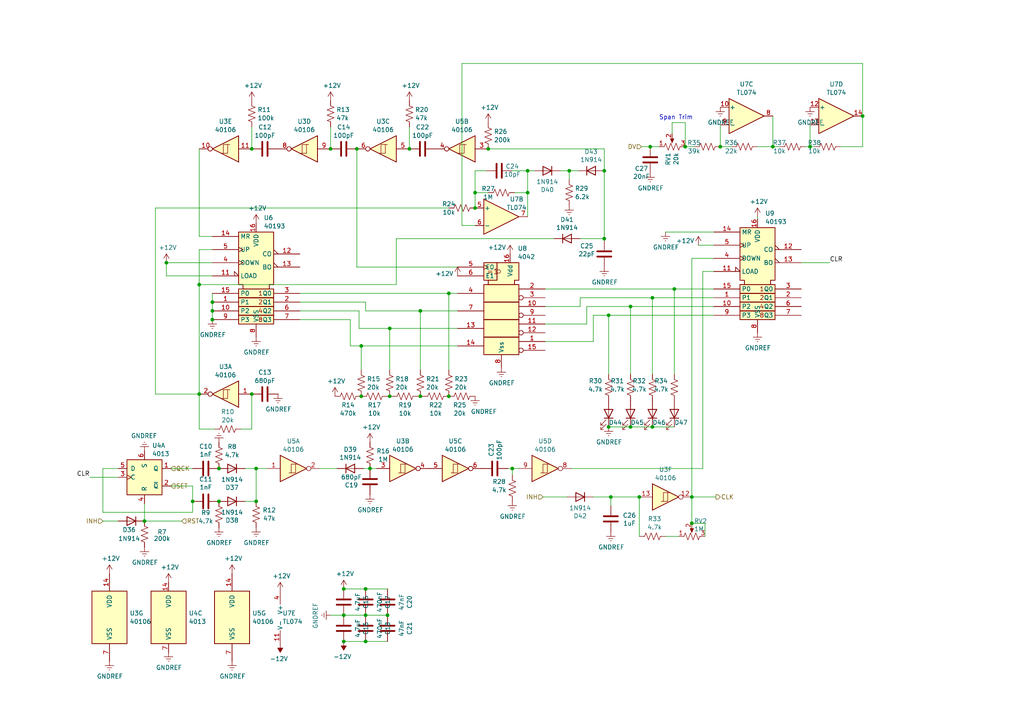
<source format=kicad_sch>
(kicad_sch (version 20230121) (generator eeschema)
  (paper "A4")
  (junction (at 104.775 100.33))
  (junction (at 57.785 82.55))
  (junction (at 188.595 42.545))
  (junction (at 99.695 170.815))
  (junction (at 208.915 42.545))
  (junction (at 113.03 114.935))
  (junction (at 182.88 88.9))
  (junction (at 153.035 55.88))
  (junction (at 61.595 90.17))
  (junction (at 106.045 186.055))
  (junction (at 195.58 83.82))
  (junction (at 175.26 69.215))
  (junction (at 165.1 49.53))
  (junction (at 99.695 178.435))
  (junction (at 57.785 114.3))
  (junction (at 73.025 43.18))
  (junction (at 137.795 55.88))
  (junction (at 104.775 114.935))
  (junction (at 121.92 114.935))
  (junction (at 48.26 76.2))
  (junction (at 176.53 91.44))
  (junction (at 177.165 144.145))
  (junction (at 73.025 114.3))
  (junction (at 198.755 42.545))
  (junction (at 99.695 186.055))
  (junction (at 74.295 145.415))
  (junction (at 113.03 95.25))
  (junction (at 200.66 151.765))
  (junction (at 175.26 49.53))
  (junction (at 61.595 87.63))
  (junction (at 137.795 60.325))
  (junction (at 121.92 90.17))
  (junction (at 103.505 43.18))
  (junction (at 107.315 135.89))
  (junction (at 182.88 123.825))
  (junction (at 106.045 170.815))
  (junction (at 61.595 92.71))
  (junction (at 55.88 145.415))
  (junction (at 189.23 86.36))
  (junction (at 41.91 151.13))
  (junction (at 74.295 135.89))
  (junction (at 106.045 178.435))
  (junction (at 234.95 42.545))
  (junction (at 112.395 178.435))
  (junction (at 130.175 114.935))
  (junction (at 118.745 43.18))
  (junction (at 95.885 43.18))
  (junction (at 148.59 135.89))
  (junction (at 189.23 123.825))
  (junction (at 200.66 144.145))
  (junction (at 153.035 49.53))
  (junction (at 141.605 43.18))
  (junction (at 130.175 85.09))
  (junction (at 224.155 42.545))
  (junction (at 63.5 145.415))
  (junction (at 63.5 135.89))
  (junction (at 185.42 144.145))
  (junction (at 250.19 33.655))
  (junction (at 176.53 123.825))
  (wire (pts (xy 182.88 88.9) (xy 207.01 88.9)))
  (wire (pts (xy 61.595 87.63) (xy 61.595 90.17)))
  (wire (pts (xy 105.41 135.89) (xy 107.315 135.89)))
  (wire (pts (xy 29.845 135.89) (xy 29.845 148.59)))
  (wire (pts (xy 133.985 65.405) (xy 137.795 65.405)))
  (wire (pts (xy 99.695 170.815) (xy 106.045 170.815)))
  (wire (pts (xy 71.12 145.415) (xy 74.295 145.415)))
  (wire (pts (xy 153.035 49.53) (xy 154.94 49.53)))
  (wire (pts (xy 29.845 151.13) (xy 34.29 151.13)))
  (wire (pts (xy 137.795 55.88) (xy 141.605 55.88)))
  (wire (pts (xy 198.755 42.545) (xy 198.755 35.56)))
  (wire (pts (xy 176.53 91.44) (xy 207.01 91.44)))
  (wire (pts (xy 104.14 90.17) (xy 104.14 95.25)))
  (wire (pts (xy 158.115 99.06) (xy 172.085 99.06)))
  (wire (pts (xy 73.025 124.46) (xy 73.025 114.3)))
  (wire (pts (xy 114.935 69.215) (xy 160.655 69.215)))
  (wire (pts (xy 103.505 77.47) (xy 103.505 43.18)))
  (wire (pts (xy 104.775 100.33) (xy 132.715 100.33)))
  (wire (pts (xy 104.14 95.25) (xy 113.03 95.25)))
  (wire (pts (xy 158.115 88.9) (xy 168.275 88.9)))
  (wire (pts (xy 177.165 146.685) (xy 177.165 144.145)))
  (wire (pts (xy 112.395 114.935) (xy 113.03 114.935)))
  (wire (pts (xy 250.19 33.655) (xy 250.19 42.545)))
  (wire (pts (xy 172.085 91.44) (xy 176.53 91.44)))
  (wire (pts (xy 99.695 178.435) (xy 106.045 178.435)))
  (wire (pts (xy 200.66 74.93) (xy 200.66 144.145)))
  (wire (pts (xy 29.845 148.59) (xy 55.88 148.59)))
  (wire (pts (xy 26.035 138.43) (xy 34.29 138.43)))
  (wire (pts (xy 55.88 148.59) (xy 55.88 145.415)))
  (wire (pts (xy 207.01 74.93) (xy 200.66 74.93)))
  (wire (pts (xy 34.29 135.89) (xy 29.845 135.89)))
  (wire (pts (xy 182.88 88.9) (xy 182.88 108.585)))
  (wire (pts (xy 170.18 93.98) (xy 170.18 88.9)))
  (wire (pts (xy 74.295 135.89) (xy 77.47 135.89)))
  (wire (pts (xy 250.19 18.415) (xy 250.19 33.655)))
  (wire (pts (xy 106.045 178.435) (xy 112.395 178.435)))
  (wire (pts (xy 137.795 55.88) (xy 137.795 49.53)))
  (wire (pts (xy 175.26 43.18) (xy 175.26 49.53)))
  (wire (pts (xy 198.755 35.56) (xy 194.945 35.56)))
  (wire (pts (xy 86.995 87.63) (xy 106.045 87.63)))
  (wire (pts (xy 219.71 42.545) (xy 224.155 42.545)))
  (wire (pts (xy 106.045 186.055) (xy 112.395 186.055)))
  (wire (pts (xy 172.085 99.06) (xy 172.085 91.44)))
  (wire (pts (xy 61.595 68.58) (xy 57.785 68.58)))
  (wire (pts (xy 149.225 55.88) (xy 153.035 55.88)))
  (wire (pts (xy 113.03 114.935) (xy 113.665 114.935)))
  (wire (pts (xy 61.595 85.09) (xy 61.595 87.63)))
  (wire (pts (xy 195.58 83.82) (xy 207.01 83.82)))
  (wire (pts (xy 198.755 42.545) (xy 201.295 42.545)))
  (wire (pts (xy 153.035 55.88) (xy 153.035 49.53)))
  (wire (pts (xy 177.165 144.145) (xy 185.42 144.145)))
  (wire (pts (xy 45.085 114.3) (xy 57.785 114.3)))
  (wire (pts (xy 234.95 42.545) (xy 236.22 42.545)))
  (wire (pts (xy 172.085 144.145) (xy 177.165 144.145)))
  (wire (pts (xy 158.115 93.98) (xy 170.18 93.98)))
  (wire (pts (xy 193.04 67.31) (xy 207.01 67.31)))
  (wire (pts (xy 104.775 100.33) (xy 104.775 107.315)))
  (wire (pts (xy 175.26 49.53) (xy 175.26 69.215)))
  (wire (pts (xy 121.285 114.935) (xy 121.92 114.935)))
  (wire (pts (xy 185.42 144.145) (xy 185.42 155.575)))
  (wire (pts (xy 86.995 85.09) (xy 130.175 85.09)))
  (wire (pts (xy 200.66 144.145) (xy 200.66 151.765)))
  (wire (pts (xy 130.175 85.09) (xy 130.175 107.315)))
  (wire (pts (xy 61.595 72.39) (xy 57.785 72.39)))
  (wire (pts (xy 182.88 123.825) (xy 189.23 123.825)))
  (wire (pts (xy 113.03 95.25) (xy 132.715 95.25)))
  (wire (pts (xy 233.68 42.545) (xy 234.95 42.545)))
  (wire (pts (xy 165.735 135.89) (xy 203.835 135.89)))
  (wire (pts (xy 49.53 135.89) (xy 55.88 135.89)))
  (wire (pts (xy 57.785 82.55) (xy 114.935 82.55)))
  (wire (pts (xy 219.71 63.5) (xy 219.71 62.865)))
  (wire (pts (xy 101.6 92.71) (xy 101.6 100.33)))
  (wire (pts (xy 232.41 76.2) (xy 240.665 76.2)))
  (wire (pts (xy 148.59 49.53) (xy 153.035 49.53)))
  (wire (pts (xy 158.115 83.82) (xy 195.58 83.82)))
  (wire (pts (xy 137.795 49.53) (xy 140.97 49.53)))
  (wire (pts (xy 55.88 140.97) (xy 49.53 140.97)))
  (wire (pts (xy 224.155 42.545) (xy 226.06 42.545)))
  (wire (pts (xy 203.835 78.74) (xy 203.835 135.89)))
  (wire (pts (xy 114.935 82.55) (xy 114.935 69.215)))
  (wire (pts (xy 95.885 178.435) (xy 99.695 178.435)))
  (wire (pts (xy 165.1 49.53) (xy 165.1 52.07)))
  (wire (pts (xy 130.175 85.09) (xy 132.715 85.09)))
  (wire (pts (xy 212.09 42.545) (xy 208.915 42.545)))
  (wire (pts (xy 133.985 18.415) (xy 250.19 18.415)))
  (wire (pts (xy 121.92 90.17) (xy 132.715 90.17)))
  (wire (pts (xy 208.915 42.545) (xy 208.915 36.195)))
  (wire (pts (xy 41.91 151.13) (xy 52.705 151.13)))
  (wire (pts (xy 207.01 71.12) (xy 202.565 71.12)))
  (wire (pts (xy 118.745 36.83) (xy 118.745 43.18)))
  (wire (pts (xy 55.88 145.415) (xy 55.88 140.97)))
  (wire (pts (xy 200.66 144.145) (xy 207.645 144.145)))
  (wire (pts (xy 137.795 60.325) (xy 137.795 55.88)))
  (wire (pts (xy 132.715 77.47) (xy 103.505 77.47)))
  (wire (pts (xy 107.315 135.89) (xy 109.22 135.89)))
  (wire (pts (xy 113.03 95.25) (xy 113.03 107.315)))
  (wire (pts (xy 48.26 80.01) (xy 61.595 80.01)))
  (wire (pts (xy 195.58 83.82) (xy 195.58 108.585)))
  (wire (pts (xy 250.19 42.545) (xy 243.84 42.545)))
  (wire (pts (xy 95.885 36.83) (xy 95.885 43.18)))
  (wire (pts (xy 57.785 68.58) (xy 57.785 43.18)))
  (wire (pts (xy 162.56 49.53) (xy 165.1 49.53)))
  (wire (pts (xy 196.85 155.575) (xy 193.04 155.575)))
  (wire (pts (xy 45.085 60.325) (xy 45.085 114.3)))
  (wire (pts (xy 189.23 86.36) (xy 207.01 86.36)))
  (wire (pts (xy 86.995 90.17) (xy 104.14 90.17)))
  (wire (pts (xy 106.045 170.815) (xy 112.395 170.815)))
  (wire (pts (xy 86.995 92.71) (xy 101.6 92.71)))
  (wire (pts (xy 133.985 18.415) (xy 133.985 65.405)))
  (wire (pts (xy 121.92 90.17) (xy 121.92 107.315)))
  (wire (pts (xy 148.59 137.795) (xy 148.59 135.89)))
  (wire (pts (xy 176.53 91.44) (xy 176.53 108.585)))
  (wire (pts (xy 48.26 76.2) (xy 61.595 76.2)))
  (wire (pts (xy 141.605 43.18) (xy 175.26 43.18)))
  (wire (pts (xy 153.035 62.865) (xy 153.035 55.88)))
  (wire (pts (xy 168.275 69.215) (xy 175.26 69.215)))
  (wire (pts (xy 189.23 123.825) (xy 195.58 123.825)))
  (wire (pts (xy 73.025 36.83) (xy 73.025 43.18)))
  (wire (pts (xy 157.48 144.145) (xy 164.465 144.145)))
  (wire (pts (xy 121.92 114.935) (xy 122.555 114.935)))
  (wire (pts (xy 62.23 124.46) (xy 57.785 124.46)))
  (wire (pts (xy 41.91 146.05) (xy 41.91 151.13)))
  (wire (pts (xy 92.71 135.89) (xy 97.79 135.89)))
  (wire (pts (xy 69.85 124.46) (xy 73.025 124.46)))
  (wire (pts (xy 106.045 87.63) (xy 106.045 90.17)))
  (wire (pts (xy 194.945 35.56) (xy 194.945 38.735)))
  (wire (pts (xy 168.275 88.9) (xy 168.275 86.36)))
  (wire (pts (xy 234.95 36.195) (xy 234.95 42.545)))
  (wire (pts (xy 61.595 90.17) (xy 61.595 92.71)))
  (wire (pts (xy 204.47 155.575) (xy 204.47 151.765)))
  (wire (pts (xy 101.6 100.33) (xy 104.775 100.33)))
  (wire (pts (xy 99.695 186.055) (xy 106.045 186.055)))
  (wire (pts (xy 189.23 86.36) (xy 189.23 108.585)))
  (wire (pts (xy 74.295 145.415) (xy 74.295 135.89)))
  (wire (pts (xy 147.32 135.89) (xy 148.59 135.89)))
  (wire (pts (xy 57.785 82.55) (xy 57.785 114.3)))
  (wire (pts (xy 57.785 72.39) (xy 57.785 82.55)))
  (wire (pts (xy 57.785 114.3) (xy 57.785 124.46)))
  (wire (pts (xy 48.26 76.2) (xy 48.26 80.01)))
  (wire (pts (xy 106.045 90.17) (xy 121.92 90.17)))
  (wire (pts (xy 207.01 78.74) (xy 203.835 78.74)))
  (wire (pts (xy 168.275 86.36) (xy 189.23 86.36)))
  (wire (pts (xy 204.47 151.765) (xy 200.66 151.765)))
  (wire (pts (xy 175.26 69.85) (xy 175.26 69.215)))
  (wire (pts (xy 71.12 135.89) (xy 74.295 135.89)))
  (wire (pts (xy 176.53 123.825) (xy 182.88 123.825)))
  (wire (pts (xy 165.1 49.53) (xy 167.64 49.53)))
  (wire (pts (xy 170.18 88.9) (xy 182.88 88.9)))
  (wire (pts (xy 130.175 60.325) (xy 45.085 60.325)))
  (wire (pts (xy 188.595 42.545) (xy 191.135 42.545)))
  (wire (pts (xy 224.155 33.655) (xy 224.155 42.545)))
  (wire (pts (xy 148.59 135.89) (xy 150.495 135.89)))
  (wire (pts (xy 186.055 42.545) (xy 188.595 42.545)))
  (text "Span Trim" (at 191.135 34.925 0) (effects (font (size 1.27 1.27)) (justify left bottom)))
  (label "CLR" (at 240.665 76.2 0))
  (label "CLR" (at 26.035 138.43 180))
  (hierarchical_label "INH" (shape input) (at 157.48 144.145 180))
  (hierarchical_label "RST" (shape input) (at 52.705 151.13 0))
  (hierarchical_label "DV" (shape input) (at 186.055 42.545 180))
  (hierarchical_label "INH" (shape input) (at 29.845 151.13 180))
  (hierarchical_label "QCK" (shape input) (at 49.53 135.89 0))
  (hierarchical_label "SET" (shape input) (at 49.53 140.97 0))
  (hierarchical_label "CLK" (shape output) (at 207.645 144.145 0))
  (symbol (lib_id "power:+12V") (at 81.28 171.45 0) (unit 1)
    (property "Reference" "#PWR040" (effects hide))
    (property "Value" "+12V" (at 81.661 167.0558 0))
    (instances (project "SoundLab16StepSequencer" (path "" (reference "#PWR040") (unit 1))) (project "SynthProj" (path "" (reference "#PWR?") (unit 1)) (path "" (reference "#PWR?") (unit 1)) (path "" (reference "#PWR0382") (unit 1))))
  )
  (symbol (lib_id "Device:R_US") (at 189.23 112.395 180) (unit 1)
    (property "Reference" "R32" (at 185.42 110.49 0))
    (property "Value" "4.7k" (at 185.42 112.9142 0))
    (property "Footprint" "Resistor_SMD:R_0603_1608Metric" (effects hide))
    (instances (project "SoundLab16StepSequencer" (path "" (reference "R32") (unit 1))) (project "AnalogTestBoard2" (path "" (reference "R?") (unit 1)) (path "" (reference "R?") (unit 1)) (path "" (reference "R?") (unit 1))) (project "SynthProj" (path "" (reference "R?") (unit 1)) (path "" (reference "R330") (unit 1))))
  )
  (symbol (lib_id "Diode:1N914") (at 168.275 144.145 180) (unit 1)
    (property "Reference" "D42" (at 168.275 149.6568 0))
    (property "Value" "1N914" (at 168.275 147.3454 0))
    (property "Footprint" "Diode_SMD:D_SOD-323F" (effects hide))
    (property "Datasheet" "http://www.vishay.com/docs/85622/1n914.pdf" (effects hide))
    (instances (project "SoundLab16StepSequencer" (path "" (reference "D42") (unit 1))) (project "SynthProj" (path "" (reference "D?") (unit 1)) (path "" (reference "D?") (unit 1)) (path "" (reference "D?") (unit 1)) (path "" (reference "D90") (unit 1))))
  )
  (symbol (lib_id "power:+12V") (at 202.565 71.12 0) (unit 1)
    (property "Reference" "#PWR062" (effects hide))
    (property "Value" "+12V" (at 198.755 69.85 0))
    (instances (project "SoundLab16StepSequencer" (path "" (reference "#PWR062") (unit 1))) (project "SynthProj" (path "" (reference "#PWR?") (unit 1)) (path "" (reference "#PWR?") (unit 1)) (path "" (reference "#PWR0404") (unit 1))))
  )
  (symbol (lib_id "power:GNDREF") (at 208.915 31.115 0) (unit 1)
    (property "Reference" "#PWR063" (effects hide))
    (property "Value" "GNDREF" (at 209.042 35.5092 0))
    (instances (project "SoundLab16StepSequencer" (path "" (reference "#PWR063") (unit 1))) (project "SynthProj" (path "" (reference "#PWR?") (unit 1)) (path "" (reference "#PWR?") (unit 1)) (path "" (reference "#PWR0405") (unit 1))))
  )
  (symbol (lib_id "Device:R_US") (at 141.605 39.37 0) (unit 1)
    (property "Reference" "R26" (at 143.256 38.1579 0) (effects (justify left)))
    (property "Value" "200k" (at 143.256 40.5821 0) (effects (justify left)))
    (property "Footprint" "Resistor_SMD:R_0603_1608Metric" (effects hide))
    (instances (project "SoundLab16StepSequencer" (path "" (reference "R26") (unit 1))) (project "AnalogTestBoard2" (path "" (reference "R?") (unit 1)) (path "" (reference "R?") (unit 1)) (path "" (reference "R?") (unit 1))) (project "SynthProj" (path "" (reference "R?") (unit 1)) (path "" (reference "R324") (unit 1))))
  )
  (symbol (lib_id "Device:C") (at 59.69 145.415 270) (unit 1)
    (property "Reference" "C11" (at 59.69 139.0142 90))
    (property "Value" "1nF" (at 59.69 141.3256 90))
    (property "Footprint" "Capacitor_SMD:C_0603_1608Metric" (effects hide))
    (instances (project "SoundLab16StepSequencer" (path "" (reference "C11") (unit 1))) (project "SynthProj" (path "" (reference "C?") (unit 1)) (path "" (reference "C?") (unit 1)) (path "" (reference "C164") (unit 1))))
  )
  (symbol (lib_id "Device:C") (at 106.045 174.625 180) (unit 1)
    (property "Reference" "C17" (at 112.4458 174.625 90))
    (property "Value" "470nF" (at 110.1344 174.625 90))
    (property "Footprint" "Capacitor_SMD:C_0805_2012Metric" (effects hide))
    (instances (project "SoundLab16StepSequencer" (path "" (reference "C17") (unit 1))) (project "SynthProj" (path "" (reference "C?") (unit 1)) (path "" (reference "C?") (unit 1)) (path "" (reference "C170") (unit 1))))
  )
  (symbol (lib_id "Amplifier_Operational:TL074") (at 83.82 179.07 0) (unit 5)
    (property "Reference" "U7" (at 81.915 177.8579 0) (effects (justify left)))
    (property "Value" "TL074" (at 81.915 180.2821 0) (effects (justify left)))
    (property "Footprint" "Package_SO:SO-14_3.9x8.65mm_P1.27mm" (effects hide))
    (property "Datasheet" "http://www.ti.com/lit/ds/symlink/tl071.pdf" (effects hide))
    (instances (project "SoundLab16StepSequencer" (path "" (reference "U7") (unit 5))) (project "SynthProj" (path "" (reference "U36") (unit 5))))
  )
  (symbol (lib_id "Device:R_US") (at 107.315 132.08 0) (unit 1)
    (property "Reference" "R16" (at 111.125 130.81 0))
    (property "Value" "1M" (at 111.125 133.2342 0))
    (property "Footprint" "Resistor_SMD:R_0603_1608Metric" (effects hide))
    (instances (project "SoundLab16StepSequencer" (path "" (reference "R16") (unit 1))) (project "AnalogTestBoard2" (path "" (reference "R?") (unit 1)) (path "" (reference "R?") (unit 1)) (path "" (reference "R?") (unit 1))) (project "SynthProj" (path "" (reference "R?") (unit 1)) (path "" (reference "R314") (unit 1))))
  )
  (symbol (lib_id "4xxx_IEEE:40193") (at 219.71 76.2 0) (unit 1)
    (property "Reference" "U9" (at 221.9041 61.8957 0) (effects (justify left)))
    (property "Value" "40193" (at 221.9041 64.3199 0) (effects (justify left)))
    (property "Footprint" "Package_SO:SOIC-16W_5.3x10.2mm_P1.27mm" (effects hide))
    (instances (project "SoundLab16StepSequencer" (path "" (reference "U9") (unit 1))) (project "SynthProj" (path "" (reference "U38") (unit 1))))
  )
  (symbol (lib_id "4xxx_IEEE:40193") (at 74.295 77.47 0) (unit 1)
    (property "Reference" "U6" (at 76.4891 63.1657 0) (effects (justify left)))
    (property "Value" "40193" (at 76.4891 65.5899 0) (effects (justify left)))
    (property "Footprint" "Package_SO:SOIC-16W_5.3x10.2mm_P1.27mm" (effects hide))
    (instances (project "SoundLab16StepSequencer" (path "" (reference "U6") (unit 1))) (project "SynthProj" (path "" (reference "U35") (unit 1))))
  )
  (symbol (lib_id "Device:R_US") (at 74.295 149.225 0) (unit 1)
    (property "Reference" "R12" (at 78.105 147.955 0))
    (property "Value" "47k" (at 78.105 150.3792 0))
    (property "Footprint" "Resistor_SMD:R_0603_1608Metric" (effects hide))
    (instances (project "SoundLab16StepSequencer" (path "" (reference "R12") (unit 1))) (project "AnalogTestBoard2" (path "" (reference "R?") (unit 1)) (path "" (reference "R?") (unit 1)) (path "" (reference "R?") (unit 1))) (project "SynthProj" (path "" (reference "R?") (unit 1)) (path "" (reference "R310") (unit 1))))
  )
  (symbol (lib_id "power:GNDREF") (at 148.59 145.415 0) (unit 1)
    (property "Reference" "#PWR055" (effects hide))
    (property "Value" "GNDREF" (at 148.717 149.8092 0))
    (instances (project "SoundLab16StepSequencer" (path "" (reference "#PWR055") (unit 1))) (project "SynthProj" (path "" (reference "#PWR?") (unit 1)) (path "" (reference "#PWR?") (unit 1)) (path "" (reference "#PWR0397") (unit 1))))
  )
  (symbol (lib_id "Device:C") (at 99.695 43.18 90) (unit 1)
    (property "Reference" "C14" (at 99.695 36.8767 90))
    (property "Value" "100pF" (at 99.695 39.3009 90))
    (property "Footprint" "Capacitor_SMD:C_0603_1608Metric" (effects hide))
    (instances (project "SoundLab16StepSequencer" (path "" (reference "C14") (unit 1))) (project "AnalogTestBoard2" (path "" (reference "C?") (unit 1)) (path "" (reference "C?") (unit 1)) (path "" (reference "C?") (unit 1))) (project "SynthProj" (path "" (reference "C?") (unit 1)) (path "" (reference "C167") (unit 1))))
  )
  (symbol (lib_id "SynthProj-rescue:R_POT_US-Device") (at 194.945 42.545 90) (unit 1)
    (property "Reference" "RV1" (at 193.7766 44.2468 0) (effects (justify right)))
    (property "Value" "20k" (at 196.088 44.2468 0) (effects (justify right)))
    (property "Footprint" "Potentiometer_SMD:Potentiometer_Bourns_TC33X_Vertical" (effects hide))
    (instances (project "SoundLab16StepSequencer" (path "" (reference "RV1") (unit 1))) (project "SynthProj" (path "" (reference "RV?") (unit 1)) (path "" (reference "RV?") (unit 1)) (path "" (reference "RV?") (unit 1)) (path "" (reference "RV79") (unit 1))))
  )
  (symbol (lib_id "4xxx:4013") (at 41.91 138.43 0) (unit 1)
    (property "Reference" "U4" (at 44.1041 129.2057 0) (effects (justify left)))
    (property "Value" "4013" (at 44.1041 131.6299 0) (effects (justify left)))
    (property "Footprint" "Package_SO:SOIC-14_3.9x8.7mm_P1.27mm" (effects hide))
    (property "Datasheet" "http://www.onsemi.com/pub/Collateral/MC14013B-D.PDF" (effects hide))
    (instances (project "SoundLab16StepSequencer" (path "" (reference "U4") (unit 1))) (project "SynthProj" (path "" (reference "U33") (unit 1))))
  )
  (symbol (lib_id "power:+12V") (at 132.715 80.01 0) (unit 1)
    (property "Reference" "#PWR050" (effects hide))
    (property "Value" "+12V" (at 128.905 79.375 0))
    (instances (project "SoundLab16StepSequencer" (path "" (reference "#PWR050") (unit 1))) (project "SynthProj" (path "" (reference "#PWR?") (unit 1)) (path "" (reference "#PWR?") (unit 1)) (path "" (reference "#PWR0392") (unit 1))))
  )
  (symbol (lib_id "Device:R_US") (at 41.91 154.94 0) (unit 1)
    (property "Reference" "R7" (at 46.99 154.305 0))
    (property "Value" "200k" (at 46.99 156.21 0))
    (property "Footprint" "Resistor_SMD:R_0603_1608Metric" (effects hide))
    (instances (project "SoundLab16StepSequencer" (path "" (reference "R7") (unit 1))) (project "AnalogTestBoard2" (path "" (reference "R?") (unit 1)) (path "" (reference "R?") (unit 1)) (path "" (reference "R?") (unit 1))) (project "SynthProj" (path "" (reference "R?") (unit 1)) (path "" (reference "R305") (unit 1))))
  )
  (symbol (lib_id "power:GNDREF") (at 48.895 189.23 0) (unit 1)
    (property "Reference" "#PWR029" (effects hide))
    (property "Value" "GNDREF" (at 49.022 193.6242 0))
    (instances (project "SoundLab16StepSequencer" (path "" (reference "#PWR029") (unit 1))) (project "SynthProj" (path "" (reference "#PWR?") (unit 1)) (path "" (reference "#PWR?") (unit 1)) (path "" (reference "#PWR0371") (unit 1))))
  )
  (symbol (lib_id "Device:R_US") (at 148.59 141.605 180) (unit 1)
    (property "Reference" "R28" (at 144.78 139.7 0))
    (property "Value" "4.7k" (at 144.78 142.1242 0))
    (property "Footprint" "Resistor_SMD:R_0603_1608Metric" (effects hide))
    (instances (project "SoundLab16StepSequencer" (path "" (reference "R28") (unit 1))) (project "AnalogTestBoard2" (path "" (reference "R?") (unit 1)) (path "" (reference "R?") (unit 1)) (path "" (reference "R?") (unit 1))) (project "SynthProj" (path "" (reference "R?") (unit 1)) (path "" (reference "R326") (unit 1))))
  )
  (symbol (lib_id "power:GNDREF") (at 165.1 59.69 0) (unit 1)
    (property "Reference" "#PWR056" (effects hide))
    (property "Value" "GNDREF" (effects hide))
    (instances (project "SoundLab16StepSequencer" (path "" (reference "#PWR056") (unit 1))) (project "SynthProj" (path "" (reference "#PWR?") (unit 1)) (path "" (reference "#PWR?") (unit 1)) (path "" (reference "#PWR0398") (unit 1))))
  )
  (symbol (lib_id "power:+12V") (at 48.895 168.91 0) (unit 1)
    (property "Reference" "#PWR028" (effects hide))
    (property "Value" "+12V" (at 49.276 164.5158 0))
    (instances (project "SoundLab16StepSequencer" (path "" (reference "#PWR028") (unit 1))) (project "SynthProj" (path "" (reference "#PWR?") (unit 1)) (path "" (reference "#PWR?") (unit 1)) (path "" (reference "#PWR0370") (unit 1))))
  )
  (symbol (lib_id "power:+12V") (at 31.75 166.37 0) (unit 1)
    (property "Reference" "#PWR023" (effects hide))
    (property "Value" "+12V" (at 32.131 161.9758 0))
    (instances (project "SoundLab16StepSequencer" (path "" (reference "#PWR023") (unit 1))) (project "SynthProj" (path "" (reference "#PWR?") (unit 1)) (path "" (reference "#PWR?") (unit 1)) (path "" (reference "#PWR0365") (unit 1))))
  )
  (symbol (lib_id "Device:C") (at 143.51 135.89 270) (unit 1)
    (property "Reference" "C23" (at 142.5067 130.4925 0))
    (property "Value" "100pF" (at 144.8181 130.4925 0))
    (property "Footprint" "Capacitor_SMD:C_0603_1608Metric" (effects hide))
    (instances (project "SoundLab16StepSequencer" (path "" (reference "C23") (unit 1))) (project "SynthProj" (path "" (reference "C?") (unit 1)) (path "" (reference "C?") (unit 1)) (path "" (reference "C176") (unit 1))))
  )
  (symbol (lib_id "Device:C") (at 106.045 182.245 180) (unit 1)
    (property "Reference" "C18" (at 112.4458 182.245 90))
    (property "Value" "470nF" (at 110.1344 182.245 90))
    (property "Footprint" "Capacitor_SMD:C_0805_2012Metric" (effects hide))
    (instances (project "SoundLab16StepSequencer" (path "" (reference "C18") (unit 1))) (project "SynthProj" (path "" (reference "C?") (unit 1)) (path "" (reference "C?") (unit 1)) (path "" (reference "C171") (unit 1))))
  )
  (symbol (lib_id "Device:C") (at 99.695 182.245 180) (unit 1)
    (property "Reference" "C16" (at 106.0958 182.245 90))
    (property "Value" "4.7uF" (at 103.7844 182.245 90))
    (property "Footprint" "Capacitor_SMD:C_0805_2012Metric" (effects hide))
    (instances (project "SoundLab16StepSequencer" (path "" (reference "C16") (unit 1))) (project "SynthProj" (path "" (reference "C?") (unit 1)) (path "" (reference "C?") (unit 1)) (path "" (reference "C169") (unit 1))))
  )
  (symbol (lib_id "4xxx:40106") (at 65.405 114.3 180) (unit 1)
    (property "Reference" "U3" (at 65.405 106.3457 0))
    (property "Value" "40106" (at 65.405 108.7699 0))
    (property "Footprint" "Package_SO:SOIC-14_3.9x8.7mm_P1.27mm" (effects hide))
    (property "Datasheet" "https://assets.nexperia.com/documents/data-sheet/HEF40106B.pdf" (effects hide))
    (instances (project "SoundLab16StepSequencer" (path "" (reference "U3") (unit 1))) (project "SynthProj" (path "" (reference "U32") (unit 1))))
  )
  (symbol (lib_id "Device:R_US") (at 63.5 132.08 0) (unit 1)
    (property "Reference" "R8" (at 67.31 129.54 0))
    (property "Value" "4.7k" (at 67.31 131.9642 0))
    (property "Footprint" "Resistor_SMD:R_0603_1608Metric" (effects hide))
    (instances (project "SoundLab16StepSequencer" (path "" (reference "R8") (unit 1))) (project "AnalogTestBoard2" (path "" (reference "R?") (unit 1)) (path "" (reference "R?") (unit 1)) (path "" (reference "R?") (unit 1))) (project "SynthProj" (path "" (reference "R?") (unit 1)) (path "" (reference "R306") (unit 1))))
  )
  (symbol (lib_id "Device:C") (at 122.555 43.18 90) (unit 1)
    (property "Reference" "C22" (at 122.555 36.8767 90))
    (property "Value" "100pF" (at 122.555 39.3009 90))
    (property "Footprint" "Capacitor_SMD:C_0603_1608Metric" (effects hide))
    (instances (project "SoundLab16StepSequencer" (path "" (reference "C22") (unit 1))) (project "AnalogTestBoard2" (path "" (reference "C?") (unit 1)) (path "" (reference "C?") (unit 1)) (path "" (reference "C?") (unit 1))) (project "SynthProj" (path "" (reference "C?") (unit 1)) (path "" (reference "C175") (unit 1))))
  )
  (symbol (lib_id "power:+12V") (at 118.745 29.21 0) (unit 1)
    (property "Reference" "#PWR049" (effects hide))
    (property "Value" "+12V" (at 119.126 24.8158 0))
    (instances (project "SoundLab16StepSequencer" (path "" (reference "#PWR049") (unit 1))) (project "SynthProj" (path "" (reference "#PWR?") (unit 1)) (path "" (reference "#PWR?") (unit 1)) (path "" (reference "#PWR0391") (unit 1))))
  )
  (symbol (lib_id "power:-12V") (at 81.28 186.69 180) (unit 1)
    (property "Reference" "#PWR041" (effects hide))
    (property "Value" "-12V" (at 80.899 191.0842 0))
    (instances (project "SoundLab16StepSequencer" (path "" (reference "#PWR041") (unit 1))) (project "SynthProj" (path "" (reference "#PWR?") (unit 1)) (path "" (reference "#PWR?") (unit 1)) (path "" (reference "#PWR0383") (unit 1))))
  )
  (symbol (lib_id "power:GNDREF") (at 107.315 143.51 0) (unit 1)
    (property "Reference" "#PWR048" (effects hide))
    (property "Value" "GNDREF" (at 107.442 147.9042 0))
    (instances (project "SoundLab16StepSequencer" (path "" (reference "#PWR048") (unit 1))) (project "SynthProj" (path "" (reference "#PWR?") (unit 1)) (path "" (reference "#PWR?") (unit 1)) (path "" (reference "#PWR0390") (unit 1))))
  )
  (symbol (lib_id "Device:R_US") (at 165.1 55.88 180) (unit 1)
    (property "Reference" "R29" (at 166.751 54.6679 0) (effects (justify right)))
    (property "Value" "6.2k" (at 166.751 57.0921 0) (effects (justify right)))
    (property "Footprint" "Resistor_SMD:R_0603_1608Metric" (effects hide))
    (instances (project "SoundLab16StepSequencer" (path "" (reference "R29") (unit 1))) (project "AnalogTestBoard2" (path "" (reference "R?") (unit 1)) (path "" (reference "R?") (unit 1)) (path "" (reference "R?") (unit 1))) (project "SynthProj" (path "" (reference "R?") (unit 1)) (path "" (reference "R327") (unit 1))))
  )
  (symbol (lib_id "Device:R_US") (at 113.03 111.125 180) (unit 1)
    (property "Reference" "R18" (at 114.681 109.9129 0) (effects (justify right)))
    (property "Value" "20k" (at 114.681 112.3371 0) (effects (justify right)))
    (property "Footprint" "Resistor_SMD:R_0603_1608Metric" (effects hide))
    (instances (project "SoundLab16StepSequencer" (path "" (reference "R18") (unit 1))) (project "AnalogTestBoard2" (path "" (reference "R?") (unit 1)) (path "" (reference "R?") (unit 1)) (path "" (reference "R?") (unit 1))) (project "SynthProj" (path "" (reference "R?") (unit 1)) (path "" (reference "R316") (unit 1))))
  )
  (symbol (lib_id "Device:R_US") (at 95.885 33.02 0) (unit 1)
    (property "Reference" "R13" (at 97.536 31.8079 0) (effects (justify left)))
    (property "Value" "47k" (at 97.536 34.2321 0) (effects (justify left)))
    (property "Footprint" "Resistor_SMD:R_0603_1608Metric" (effects hide))
    (instances (project "SoundLab16StepSequencer" (path "" (reference "R13") (unit 1))) (project "AnalogTestBoard2" (path "" (reference "R?") (unit 1)) (path "" (reference "R?") (unit 1)) (path "" (reference "R?") (unit 1))) (project "SynthProj" (path "" (reference "R?") (unit 1)) (path "" (reference "R311") (unit 1))))
  )
  (symbol (lib_id "power:+12V") (at 73.025 29.21 0) (unit 1)
    (property "Reference" "#PWR035" (effects hide))
    (property "Value" "+12V" (at 73.406 24.8158 0))
    (instances (project "SoundLab16StepSequencer" (path "" (reference "#PWR035") (unit 1))) (project "SynthProj" (path "" (reference "#PWR?") (unit 1)) (path "" (reference "#PWR?") (unit 1)) (path "" (reference "#PWR0377") (unit 1))))
  )
  (symbol (lib_id "Device:C") (at 59.69 135.89 270) (unit 1)
    (property "Reference" "C10" (at 59.69 129.4892 90))
    (property "Value" "1nF" (at 59.69 131.8006 90))
    (property "Footprint" "Capacitor_SMD:C_0603_1608Metric" (effects hide))
    (instances (project "SoundLab16StepSequencer" (path "" (reference "C10") (unit 1))) (project "SynthProj" (path "" (reference "C?") (unit 1)) (path "" (reference "C?") (unit 1)) (path "" (reference "C163") (unit 1))))
  )
  (symbol (lib_id "power:GNDREF") (at 193.04 67.31 0) (unit 1)
    (property "Reference" "#PWR061" (effects hide))
    (property "Value" "GNDREF" (at 193.167 71.7042 0))
    (instances (project "SoundLab16StepSequencer" (path "" (reference "#PWR061") (unit 1))) (project "SynthProj" (path "" (reference "#PWR?") (unit 1)) (path "" (reference "#PWR?") (unit 1)) (path "" (reference "#PWR0403") (unit 1))))
  )
  (symbol (lib_id "SynthProj-rescue:R_POT_US-Device") (at 200.66 155.575 90) (unit 1)
    (property "Reference" "RV2" (at 201.295 151.13 90) (effects (justify right)))
    (property "Value" "1M" (at 201.295 153.4414 90) (effects (justify right)))
    (property "Footprint" "Potentiometer_THT:Potentiometer_Alps_RK09K_Single_Vertical" (effects hide))
    (instances (project "SoundLab16StepSequencer" (path "" (reference "RV2") (unit 1))) (project "SynthProj" (path "" (reference "RV?") (unit 1)) (path "" (reference "RV?") (unit 1)) (path "" (reference "RV?") (unit 1)) (path "" (reference "RV80") (unit 1))))
  )
  (symbol (lib_id "4xxx:40106") (at 116.84 135.89 0) (unit 2)
    (property "Reference" "U3" (at 116.84 127.9357 0))
    (property "Value" "40106" (at 116.84 130.3599 0))
    (property "Footprint" "Package_SO:SOIC-14_3.9x8.7mm_P1.27mm" (effects hide))
    (property "Datasheet" "https://assets.nexperia.com/documents/data-sheet/HEF40106B.pdf" (effects hide))
    (instances (project "SoundLab16StepSequencer" (path "" (reference "U3") (unit 2))) (project "SynthProj" (path "" (reference "U32") (unit 2))))
  )
  (symbol (lib_id "power:GNDREF") (at 145.415 106.68 0) (unit 1)
    (property "Reference" "#PWR053" (effects hide))
    (property "Value" "GNDREF" (at 145.542 111.0742 0))
    (instances (project "SoundLab16StepSequencer" (path "" (reference "#PWR053") (unit 1))) (project "SynthProj" (path "" (reference "#PWR?") (unit 1)) (path "" (reference "#PWR?") (unit 1)) (path "" (reference "#PWR0395") (unit 1))))
  )
  (symbol (lib_id "power:GNDREF") (at 61.595 92.71 0) (unit 1)
    (property "Reference" "#PWR030" (effects hide))
    (property "Value" "GNDREF" (at 61.722 97.1042 0))
    (instances (project "SoundLab16StepSequencer" (path "" (reference "#PWR030") (unit 1))) (project "SynthProj" (path "" (reference "#PWR?") (unit 1)) (path "" (reference "#PWR?") (unit 1)) (path "" (reference "#PWR0372") (unit 1))))
  )
  (symbol (lib_id "Device:R_US") (at 104.775 111.125 180) (unit 1)
    (property "Reference" "R15" (at 106.426 109.9129 0) (effects (justify right)))
    (property "Value" "20k" (at 106.426 112.3371 0) (effects (justify right)))
    (property "Footprint" "Resistor_SMD:R_0603_1608Metric" (effects hide))
    (instances (project "SoundLab16StepSequencer" (path "" (reference "R15") (unit 1))) (project "AnalogTestBoard2" (path "" (reference "R?") (unit 1)) (path "" (reference "R?") (unit 1)) (path "" (reference "R?") (unit 1))) (project "SynthProj" (path "" (reference "R?") (unit 1)) (path "" (reference "R313") (unit 1))))
  )
  (symbol (lib_id "Device:C") (at 107.315 139.7 0) (unit 1)
    (property "Reference" "C19" (at 101.9175 140.7033 0))
    (property "Value" "680pF" (at 101.9175 138.3919 0))
    (property "Footprint" "Capacitor_SMD:C_0603_1608Metric" (effects hide))
    (instances (project "SoundLab16StepSequencer" (path "" (reference "C19") (unit 1))) (project "SynthProj" (path "" (reference "C?") (unit 1)) (path "" (reference "C?") (unit 1)) (path "" (reference "C172") (unit 1))))
  )
  (symbol (lib_id "power:GNDREF") (at 177.165 154.305 0) (unit 1)
    (property "Reference" "#PWR059" (effects hide))
    (property "Value" "GNDREF" (at 177.292 158.6992 0))
    (instances (project "SoundLab16StepSequencer" (path "" (reference "#PWR059") (unit 1))) (project "SynthProj" (path "" (reference "#PWR?") (unit 1)) (path "" (reference "#PWR?") (unit 1)) (path "" (reference "#PWR0401") (unit 1))))
  )
  (symbol (lib_id "Device:R_US") (at 195.58 112.395 180) (unit 1)
    (property "Reference" "R34" (at 191.77 110.49 0))
    (property "Value" "4.7k" (at 191.77 112.9142 0))
    (property "Footprint" "Resistor_SMD:R_0603_1608Metric" (effects hide))
    (instances (project "SoundLab16StepSequencer" (path "" (reference "R34") (unit 1))) (project "AnalogTestBoard2" (path "" (reference "R?") (unit 1)) (path "" (reference "R?") (unit 1)) (path "" (reference "R?") (unit 1))) (project "SynthProj" (path "" (reference "R?") (unit 1)) (path "" (reference "R332") (unit 1))))
  )
  (symbol (lib_id "Device:LED") (at 182.88 120.015 270) (mirror x) (unit 1)
    (property "Reference" "D45" (at 182.88 122.555 90) (effects (justify left)))
    (property "Value" "LED" (effects hide))
    (property "Footprint" "LED_SMD:LED_0805_2012Metric" (effects hide))
    (instances (project "SoundLab16StepSequencer" (path "" (reference "D45") (unit 1))) (project "AnalogTestBoard2" (path "" (reference "D?") (unit 1))) (project "SynthProj" (path "" (reference "D?") (unit 1)) (path "" (reference "D93") (unit 1))))
  )
  (symbol (lib_id "Diode:1N914") (at 67.31 145.415 180) (unit 1)
    (property "Reference" "D38" (at 67.31 150.9268 0))
    (property "Value" "1N914" (at 67.31 148.6154 0))
    (property "Footprint" "Diode_SMD:D_SOD-323F" (effects hide))
    (property "Datasheet" "http://www.vishay.com/docs/85622/1n914.pdf" (effects hide))
    (instances (project "SoundLab16StepSequencer" (path "" (reference "D38") (unit 1))) (project "SynthProj" (path "" (reference "D?") (unit 1)) (path "" (reference "D?") (unit 1)) (path "" (reference "D?") (unit 1)) (path "" (reference "D86") (unit 1))))
  )
  (symbol (lib_id "power:GNDREF") (at 95.885 178.435 270) (unit 1)
    (property "Reference" "#PWR043" (effects hide))
    (property "Value" "GNDREF" (at 91.4908 178.562 0))
    (instances (project "SoundLab16StepSequencer" (path "" (reference "#PWR043") (unit 1))) (project "SynthProj" (path "" (reference "#PWR?") (unit 1)) (path "" (reference "#PWR?") (unit 1)) (path "" (reference "#PWR0385") (unit 1))))
  )
  (symbol (lib_id "power:GNDREF") (at 41.91 158.75 0) (unit 1)
    (property "Reference" "#PWR026" (effects hide))
    (property "Value" "GNDREF" (at 42.037 163.1442 0))
    (instances (project "SoundLab16StepSequencer" (path "" (reference "#PWR026") (unit 1))) (project "SynthProj" (path "" (reference "#PWR?") (unit 1)) (path "" (reference "#PWR?") (unit 1)) (path "" (reference "#PWR0368") (unit 1))))
  )
  (symbol (lib_id "Device:R_US") (at 189.23 155.575 90) (unit 1)
    (property "Reference" "R33" (at 189.865 150.495 90))
    (property "Value" "4.7k" (at 189.865 152.9192 90))
    (property "Footprint" "Resistor_SMD:R_0603_1608Metric" (effects hide))
    (instances (project "SoundLab16StepSequencer" (path "" (reference "R33") (unit 1))) (project "AnalogTestBoard2" (path "" (reference "R?") (unit 1)) (path "" (reference "R?") (unit 1)) (path "" (reference "R?") (unit 1))) (project "SynthProj" (path "" (reference "R?") (unit 1)) (path "" (reference "R331") (unit 1))))
  )
  (symbol (lib_id "power:+12V") (at 219.71 62.865 0) (unit 1)
    (property "Reference" "#PWR064" (effects hide))
    (property "Value" "+12V" (at 220.091 58.4708 0))
    (instances (project "SoundLab16StepSequencer" (path "" (reference "#PWR064") (unit 1))) (project "SynthProj" (path "" (reference "#PWR?") (unit 1)) (path "" (reference "#PWR?") (unit 1)) (path "" (reference "#PWR0406") (unit 1))))
  )
  (symbol (lib_id "Device:R_US") (at 176.53 112.395 180) (unit 1)
    (property "Reference" "R30" (at 172.72 110.49 0))
    (property "Value" "4.7k" (at 172.72 112.9142 0))
    (property "Footprint" "Resistor_SMD:R_0603_1608Metric" (effects hide))
    (instances (project "SoundLab16StepSequencer" (path "" (reference "R30") (unit 1))) (project "AnalogTestBoard2" (path "" (reference "R?") (unit 1)) (path "" (reference "R?") (unit 1)) (path "" (reference "R?") (unit 1))) (project "SynthProj" (path "" (reference "R?") (unit 1)) (path "" (reference "R328") (unit 1))))
  )
  (symbol (lib_id "Device:R_US") (at 130.175 111.125 180) (unit 1)
    (property "Reference" "R23" (at 131.826 109.9129 0) (effects (justify right)))
    (property "Value" "20k" (at 131.826 112.3371 0) (effects (justify right)))
    (property "Footprint" "Resistor_SMD:R_0603_1608Metric" (effects hide))
    (instances (project "SoundLab16StepSequencer" (path "" (reference "R23") (unit 1))) (project "AnalogTestBoard2" (path "" (reference "R?") (unit 1)) (path "" (reference "R?") (unit 1)) (path "" (reference "R?") (unit 1))) (project "SynthProj" (path "" (reference "R?") (unit 1)) (path "" (reference "R321") (unit 1))))
  )
  (symbol (lib_id "Device:R_US") (at 66.04 124.46 90) (unit 1)
    (property "Reference" "R10" (at 66.04 119.4267 90))
    (property "Value" "20k" (at 66.04 121.8509 90))
    (property "Footprint" "Resistor_SMD:R_0603_1608Metric" (effects hide))
    (instances (project "SoundLab16StepSequencer" (path "" (reference "R10") (unit 1))) (project "AnalogTestBoard2" (path "" (reference "R?") (unit 1)) (path "" (reference "R?") (unit 1)) (path "" (reference "R?") (unit 1))) (project "SynthProj" (path "" (reference "R?") (unit 1)) (path "" (reference "R308") (unit 1))))
  )
  (symbol (lib_id "power:GNDREF") (at 176.53 123.825 0) (unit 1)
    (property "Reference" "#PWR058" (effects hide))
    (property "Value" "GNDREF" (at 176.657 128.2192 0))
    (instances (project "SoundLab16StepSequencer" (path "" (reference "#PWR058") (unit 1))) (project "SynthProj" (path "" (reference "#PWR?") (unit 1)) (path "" (reference "#PWR?") (unit 1)) (path "" (reference "#PWR0400") (unit 1))))
  )
  (symbol (lib_id "power:+12V") (at 99.695 170.815 0) (unit 1)
    (property "Reference" "#PWR045" (effects hide))
    (property "Value" "+12V" (at 100.076 166.4208 0))
    (instances (project "SoundLab16StepSequencer" (path "" (reference "#PWR045") (unit 1))) (project "SynthProj" (path "" (reference "#PWR?") (unit 1)) (path "" (reference "#PWR?") (unit 1)) (path "" (reference "#PWR0387") (unit 1))))
  )
  (symbol (lib_id "power:GNDREF") (at 137.795 114.935 0) (unit 1)
    (property "Reference" "#PWR051" (effects hide))
    (property "Value" "GNDREF" (at 140.335 119.38 0))
    (instances (project "SoundLab16StepSequencer" (path "" (reference "#PWR051") (unit 1))) (project "SynthProj" (path "" (reference "#PWR?") (unit 1)) (path "" (reference "#PWR?") (unit 1)) (path "" (reference "#PWR0393") (unit 1))))
  )
  (symbol (lib_id "4xxx:40106") (at 31.75 179.07 0) (unit 7)
    (property "Reference" "U3" (at 37.592 177.8579 0) (effects (justify left)))
    (property "Value" "40106" (at 37.592 180.2821 0) (effects (justify left)))
    (property "Footprint" "Package_SO:SOIC-14_3.9x8.7mm_P1.27mm" (effects hide))
    (property "Datasheet" "https://assets.nexperia.com/documents/data-sheet/HEF40106B.pdf" (effects hide))
    (instances (project "SoundLab16StepSequencer" (path "" (reference "U3") (unit 7))) (project "SynthProj" (path "" (reference "U32") (unit 7))))
  )
  (symbol (lib_id "Diode:1N914") (at 38.1 151.13 180) (unit 1)
    (property "Reference" "D36" (at 37.465 153.67 0))
    (property "Value" "1N914" (at 37.465 156.21 0))
    (property "Footprint" "Diode_SMD:D_SOD-323F" (effects hide))
    (property "Datasheet" "http://www.vishay.com/docs/85622/1n914.pdf" (effects hide))
    (instances (project "SoundLab16StepSequencer" (path "" (reference "D36") (unit 1))) (project "SynthProj" (path "" (reference "D?") (unit 1)) (path "" (reference "D?") (unit 1)) (path "" (reference "D?") (unit 1)) (path "" (reference "D84") (unit 1))))
  )
  (symbol (lib_id "power:+12V") (at 141.605 35.56 0) (unit 1)
    (property "Reference" "#PWR052" (effects hide))
    (property "Value" "+12V" (at 141.986 31.1658 0))
    (instances (project "SoundLab16StepSequencer" (path "" (reference "#PWR052") (unit 1))) (project "SynthProj" (path "" (reference "#PWR?") (unit 1)) (path "" (reference "#PWR?") (unit 1)) (path "" (reference "#PWR0394") (unit 1))))
  )
  (symbol (lib_id "power:GNDREF") (at 175.26 77.47 0) (unit 1)
    (property "Reference" "#PWR057" (effects hide))
    (property "Value" "GNDREF" (at 175.387 81.8642 0))
    (instances (project "SoundLab16StepSequencer" (path "" (reference "#PWR057") (unit 1))) (project "SynthProj" (path "" (reference "#PWR?") (unit 1)) (path "" (reference "#PWR?") (unit 1)) (path "" (reference "#PWR0399") (unit 1))))
  )
  (symbol (lib_id "Device:C") (at 112.395 174.625 180) (unit 1)
    (property "Reference" "C20" (at 118.7958 174.625 90))
    (property "Value" "47nF" (at 116.4844 174.625 90))
    (property "Footprint" "Capacitor_SMD:C_0603_1608Metric" (effects hide))
    (instances (project "SoundLab16StepSequencer" (path "" (reference "C20") (unit 1))) (project "SynthProj" (path "" (reference "C?") (unit 1)) (path "" (reference "C?") (unit 1)) (path "" (reference "C173") (unit 1))))
  )
  (symbol (lib_id "4xxx:40106") (at 111.125 43.18 180) (unit 3)
    (property "Reference" "U3" (at 111.125 35.2257 0))
    (property "Value" "40106" (at 111.125 37.6499 0))
    (property "Footprint" "Package_SO:SOIC-14_3.9x8.7mm_P1.27mm" (effects hide))
    (property "Datasheet" "https://assets.nexperia.com/documents/data-sheet/HEF40106B.pdf" (effects hide))
    (instances (project "SoundLab16StepSequencer" (path "" (reference "U3") (unit 3))) (project "SynthProj" (path "" (reference "U32") (unit 3))))
  )
  (symbol (lib_id "Device:R_US") (at 118.745 33.02 0) (unit 1)
    (property "Reference" "R20" (at 120.396 31.8079 0) (effects (justify left)))
    (property "Value" "47k" (at 120.396 34.2321 0) (effects (justify left)))
    (property "Footprint" "Resistor_SMD:R_0603_1608Metric" (effects hide))
    (instances (project "SoundLab16StepSequencer" (path "" (reference "R20") (unit 1))) (project "AnalogTestBoard2" (path "" (reference "R?") (unit 1)) (path "" (reference "R?") (unit 1)) (path "" (reference "R?") (unit 1))) (project "SynthProj" (path "" (reference "R?") (unit 1)) (path "" (reference "R318") (unit 1))))
  )
  (symbol (lib_id "Diode:1N914") (at 101.6 135.89 0) (unit 1)
    (property "Reference" "D39" (at 101.6 130.3782 0))
    (property "Value" "1N914" (at 101.6 132.6896 0))
    (property "Footprint" "Diode_SMD:D_SOD-323F" (effects hide))
    (property "Datasheet" "http://www.vishay.com/docs/85622/1n914.pdf" (effects hide))
    (instances (project "SoundLab16StepSequencer" (path "" (reference "D39") (unit 1))) (project "SynthProj" (path "" (reference "D?") (unit 1)) (path "" (reference "D?") (unit 1)) (path "" (reference "D?") (unit 1)) (path "" (reference "D87") (unit 1))))
  )
  (symbol (lib_id "Device:C") (at 188.595 46.355 0) (unit 1)
    (property "Reference" "C27" (at 186.055 48.895 0))
    (property "Value" "20nF" (at 186.055 51.2064 0))
    (property "Footprint" "Capacitor_SMD:C_0603_1608Metric" (effects hide))
    (instances (project "SoundLab16StepSequencer" (path "" (reference "C27") (unit 1))) (project "SynthProj" (path "" (reference "C?") (unit 1)) (path "" (reference "C?") (unit 1)) (path "" (reference "C180") (unit 1))))
  )
  (symbol (lib_id "Device:R_US") (at 133.985 60.325 270) (unit 1)
    (property "Reference" "R24" (at 130.175 59.1708 90))
    (property "Value" "10k" (at 130.175 61.595 90))
    (property "Footprint" "Resistor_SMD:R_0603_1608Metric" (effects hide))
    (instances (project "SoundLab16StepSequencer" (path "" (reference "R24") (unit 1))) (project "AnalogTestBoard2" (path "" (reference "R?") (unit 1)) (path "" (reference "R?") (unit 1)) (path "" (reference "R?") (unit 1))) (project "SynthProj" (path "" (reference "R?") (unit 1)) (path "" (reference "R322") (unit 1))))
  )
  (symbol (lib_id "Diode:1N914") (at 67.31 135.89 180) (unit 1)
    (property "Reference" "D37" (at 67.31 141.4018 0))
    (property "Value" "1N914" (at 67.31 139.0904 0))
    (property "Footprint" "Diode_SMD:D_SOD-323F" (effects hide))
    (property "Datasheet" "http://www.vishay.com/docs/85622/1n914.pdf" (effects hide))
    (instances (project "SoundLab16StepSequencer" (path "" (reference "D37") (unit 1))) (project "SynthProj" (path "" (reference "D?") (unit 1)) (path "" (reference "D?") (unit 1)) (path "" (reference "D?") (unit 1)) (path "" (reference "D85") (unit 1))))
  )
  (symbol (lib_id "Amplifier_Operational:TL074") (at 145.415 62.865 0) (unit 2)
    (property "Reference" "U7" (at 149.86 57.785 0))
    (property "Value" "TL074" (at 149.86 60.2092 0))
    (property "Footprint" "Package_SO:SO-14_3.9x8.65mm_P1.27mm" (effects hide))
    (property "Datasheet" "http://www.ti.com/lit/ds/symlink/tl071.pdf" (effects hide))
    (instances (project "SoundLab16StepSequencer" (path "" (reference "U7") (unit 2))) (project "SynthProj" (path "" (reference "U36") (unit 2))))
  )
  (symbol (lib_id "power:GNDREF") (at 188.595 50.165 0) (unit 1)
    (property "Reference" "#PWR060" (effects hide))
    (property "Value" "GNDREF" (at 188.722 54.5592 0))
    (instances (project "SoundLab16StepSequencer" (path "" (reference "#PWR060") (unit 1))) (project "SynthProj" (path "" (reference "#PWR?") (unit 1)) (path "" (reference "#PWR?") (unit 1)) (path "" (reference "#PWR0402") (unit 1))))
  )
  (symbol (lib_id "Device:LED") (at 195.58 120.015 270) (mirror x) (unit 1)
    (property "Reference" "D47" (at 195.58 122.555 90) (effects (justify left)))
    (property "Value" "LED" (effects hide))
    (property "Footprint" "LED_SMD:LED_0805_2012Metric" (effects hide))
    (instances (project "SoundLab16StepSequencer" (path "" (reference "D47") (unit 1))) (project "AnalogTestBoard2" (path "" (reference "D?") (unit 1))) (project "SynthProj" (path "" (reference "D?") (unit 1)) (path "" (reference "D95") (unit 1))))
  )
  (symbol (lib_id "Amplifier_Operational:TL074") (at 216.535 33.655 0) (unit 3)
    (property "Reference" "U7" (at 216.535 24.4307 0))
    (property "Value" "TL074" (at 216.535 26.8549 0))
    (property "Footprint" "Package_SO:SO-14_3.9x8.65mm_P1.27mm" (effects hide))
    (property "Datasheet" "http://www.ti.com/lit/ds/symlink/tl071.pdf" (effects hide))
    (instances (project "SoundLab16StepSequencer" (path "" (reference "U7") (unit 3))) (project "SynthProj" (path "" (reference "U36") (unit 3))))
  )
  (symbol (lib_id "Device:R_US") (at 133.985 114.935 270) (unit 1)
    (property "Reference" "R25" (at 133.35 117.475 90))
    (property "Value" "20k" (at 133.35 119.8992 90))
    (property "Footprint" "Resistor_SMD:R_0603_1608Metric" (effects hide))
    (instances (project "SoundLab16StepSequencer" (path "" (reference "R25") (unit 1))) (project "AnalogTestBoard2" (path "" (reference "R?") (unit 1)) (path "" (reference "R?") (unit 1)) (path "" (reference "R?") (unit 1))) (project "SynthProj" (path "" (reference "R?") (unit 1)) (path "" (reference "R323") (unit 1))))
  )
  (symbol (lib_id "power:+12V") (at 67.31 166.37 0) (unit 1)
    (property "Reference" "#PWR033" (effects hide))
    (property "Value" "+12V" (at 67.691 161.9758 0))
    (instances (project "SoundLab16StepSequencer" (path "" (reference "#PWR033") (unit 1))) (project "SynthProj" (path "" (reference "#PWR?") (unit 1)) (path "" (reference "#PWR?") (unit 1)) (path "" (reference "#PWR0375") (unit 1))))
  )
  (symbol (lib_id "4xxx:40106") (at 133.985 43.18 180) (unit 2)
    (property "Reference" "U5" (at 133.985 35.2257 0))
    (property "Value" "40106" (at 133.985 37.6499 0))
    (property "Footprint" "Package_SO:SOIC-14_3.9x8.7mm_P1.27mm" (effects hide))
    (property "Datasheet" "https://assets.nexperia.com/documents/data-sheet/HEF40106B.pdf" (effects hide))
    (instances (project "SoundLab16StepSequencer" (path "" (reference "U5") (unit 2))) (project "SynthProj" (path "" (reference "U34") (unit 2))))
  )
  (symbol (lib_id "Diode:1N914") (at 158.75 49.53 180) (unit 1)
    (property "Reference" "D40" (at 158.75 55.0418 0))
    (property "Value" "1N914" (at 158.75 52.7304 0))
    (property "Footprint" "Diode_SMD:D_SOD-323F" (effects hide))
    (property "Datasheet" "http://www.vishay.com/docs/85622/1n914.pdf" (effects hide))
    (instances (project "SoundLab16StepSequencer" (path "" (reference "D40") (unit 1))) (project "SynthProj" (path "" (reference "D?") (unit 1)) (path "" (reference "D?") (unit 1)) (path "" (reference "D?") (unit 1)) (path "" (reference "D88") (unit 1))))
  )
  (symbol (lib_id "4xxx:40106") (at 193.04 144.145 0) (unit 6)
    (property "Reference" "U3" (at 193.04 136.1907 0))
    (property "Value" "40106" (at 193.04 138.6149 0))
    (property "Footprint" "Package_SO:SOIC-14_3.9x8.7mm_P1.27mm" (effects hide))
    (property "Datasheet" "https://assets.nexperia.com/documents/data-sheet/HEF40106B.pdf" (effects hide))
    (instances (project "SoundLab16StepSequencer" (path "" (reference "U3") (unit 6))) (project "SynthProj" (path "" (reference "U32") (unit 6))))
  )
  (symbol (lib_id "4xxx:40106") (at 67.31 179.07 0) (unit 7)
    (property "Reference" "U5" (at 73.152 177.8579 0) (effects (justify left)))
    (property "Value" "40106" (at 73.152 180.2821 0) (effects (justify left)))
    (property "Footprint" "Package_SO:SOIC-14_3.9x8.7mm_P1.27mm" (effects hide))
    (property "Datasheet" "https://assets.nexperia.com/documents/data-sheet/HEF40106B.pdf" (effects hide))
    (instances (project "SoundLab16StepSequencer" (path "" (reference "U5") (unit 7))) (project "SynthProj" (path "" (reference "U34") (unit 7))))
  )
  (symbol (lib_id "Device:R_US") (at 182.88 112.395 180) (unit 1)
    (property "Reference" "R31" (at 179.07 110.49 0))
    (property "Value" "4.7k" (at 179.07 112.9142 0))
    (property "Footprint" "Resistor_SMD:R_0603_1608Metric" (effects hide))
    (instances (project "SoundLab16StepSequencer" (path "" (reference "R31") (unit 1))) (project "AnalogTestBoard2" (path "" (reference "R?") (unit 1)) (path "" (reference "R?") (unit 1)) (path "" (reference "R?") (unit 1))) (project "SynthProj" (path "" (reference "R?") (unit 1)) (path "" (reference "R329") (unit 1))))
  )
  (symbol (lib_id "Diode:1N914") (at 164.465 69.215 0) (unit 1)
    (property "Reference" "D41" (at 164.465 63.7032 0))
    (property "Value" "1N914" (at 164.465 66.0146 0))
    (property "Footprint" "Diode_SMD:D_SOD-323F" (effects hide))
    (property "Datasheet" "http://www.vishay.com/docs/85622/1n914.pdf" (effects hide))
    (instances (project "SoundLab16StepSequencer" (path "" (reference "D41") (unit 1))) (project "SynthProj" (path "" (reference "D?") (unit 1)) (path "" (reference "D?") (unit 1)) (path "" (reference "D?") (unit 1)) (path "" (reference "D89") (unit 1))))
  )
  (symbol (lib_id "power:GNDREF") (at 31.75 191.77 0) (unit 1)
    (property "Reference" "#PWR024" (effects hide))
    (property "Value" "GNDREF" (at 31.877 196.1642 0))
    (instances (project "SoundLab16StepSequencer" (path "" (reference "#PWR024") (unit 1))) (project "SynthProj" (path "" (reference "#PWR?") (unit 1)) (path "" (reference "#PWR?") (unit 1)) (path "" (reference "#PWR0366") (unit 1))))
  )
  (symbol (lib_id "Device:R_US") (at 229.87 42.545 270) (unit 1)
    (property "Reference" "R37" (at 226.06 41.3908 90))
    (property "Value" "10k" (at 226.06 43.815 90))
    (property "Footprint" "Resistor_SMD:R_0603_1608Metric" (effects hide))
    (instances (project "SoundLab16StepSequencer" (path "" (reference "R37") (unit 1))) (project "AnalogTestBoard2" (path "" (reference "R?") (unit 1)) (path "" (reference "R?") (unit 1)) (path "" (reference "R?") (unit 1))) (project "SynthProj" (path "" (reference "R?") (unit 1)) (path "" (reference "R335") (unit 1))))
  )
  (symbol (lib_id "power:GNDREF") (at 74.295 97.79 0) (unit 1)
    (property "Reference" "#PWR037" (effects hide))
    (property "Value" "GNDREF" (at 74.422 102.1842 0))
    (instances (project "SoundLab16StepSequencer" (path "" (reference "#PWR037") (unit 1))) (project "SynthProj" (path "" (reference "#PWR?") (unit 1)) (path "" (reference "#PWR?") (unit 1)) (path "" (reference "#PWR0379") (unit 1))))
  )
  (symbol (lib_id "Device:R_US") (at 240.03 42.545 270) (unit 1)
    (property "Reference" "R38" (at 236.22 41.3908 90))
    (property "Value" "10k" (at 236.22 43.815 90))
    (property "Footprint" "Resistor_SMD:R_0603_1608Metric" (effects hide))
    (instances (project "SoundLab16StepSequencer" (path "" (reference "R38") (unit 1))) (project "AnalogTestBoard2" (path "" (reference "R?") (unit 1)) (path "" (reference "R?") (unit 1)) (path "" (reference "R?") (unit 1))) (project "SynthProj" (path "" (reference "R?") (unit 1)) (path "" (reference "R336") (unit 1))))
  )
  (symbol (lib_id "power:GNDREF") (at 63.5 153.035 0) (unit 1)
    (property "Reference" "#PWR032" (effects hide))
    (property "Value" "GNDREF" (at 63.627 157.4292 0))
    (instances (project "SoundLab16StepSequencer" (path "" (reference "#PWR032") (unit 1))) (project "SynthProj" (path "" (reference "#PWR?") (unit 1)) (path "" (reference "#PWR?") (unit 1)) (path "" (reference "#PWR0374") (unit 1))))
  )
  (symbol (lib_id "power:GNDREF") (at 67.31 191.77 0) (unit 1)
    (property "Reference" "#PWR034" (effects hide))
    (property "Value" "GNDREF" (at 67.437 196.1642 0))
    (instances (project "SoundLab16StepSequencer" (path "" (reference "#PWR034") (unit 1))) (project "SynthProj" (path "" (reference "#PWR?") (unit 1)) (path "" (reference "#PWR?") (unit 1)) (path "" (reference "#PWR0376") (unit 1))))
  )
  (symbol (lib_id "Device:R_US") (at 145.415 55.88 270) (unit 1)
    (property "Reference" "R27" (at 141.605 54.7258 90))
    (property "Value" "1M" (at 141.605 57.15 90))
    (property "Footprint" "Resistor_SMD:R_0603_1608Metric" (effects hide))
    (instances (project "SoundLab16StepSequencer" (path "" (reference "R27") (unit 1))) (project "AnalogTestBoard2" (path "" (reference "R?") (unit 1)) (path "" (reference "R?") (unit 1)) (path "" (reference "R?") (unit 1))) (project "SynthProj" (path "" (reference "R?") (unit 1)) (path "" (reference "R325") (unit 1))))
  )
  (symbol (lib_id "power:GNDREF") (at 234.95 31.115 0) (unit 1)
    (property "Reference" "#PWR066" (effects hide))
    (property "Value" "GNDREF" (at 235.077 35.5092 0))
    (instances (project "SoundLab16StepSequencer" (path "" (reference "#PWR066") (unit 1))) (project "SynthProj" (path "" (reference "#PWR?") (unit 1)) (path "" (reference "#PWR?") (unit 1)) (path "" (reference "#PWR0408") (unit 1))))
  )
  (symbol (lib_id "4xxx:40106") (at 85.09 135.89 0) (unit 1)
    (property "Reference" "U5" (at 85.09 127.9357 0))
    (property "Value" "40106" (at 85.09 130.3599 0))
    (property "Footprint" "Package_SO:SOIC-14_3.9x8.7mm_P1.27mm" (effects hide))
    (property "Datasheet" "https://assets.nexperia.com/documents/data-sheet/HEF40106B.pdf" (effects hide))
    (instances (project "SoundLab16StepSequencer" (path "" (reference "U5") (unit 1))) (project "SynthProj" (path "" (reference "U34") (unit 1))))
  )
  (symbol (lib_id "power:+12V") (at 95.885 29.21 0) (unit 1)
    (property "Reference" "#PWR042" (effects hide))
    (property "Value" "+12V" (at 96.266 24.8158 0))
    (instances (project "SoundLab16StepSequencer" (path "" (reference "#PWR042") (unit 1))) (project "SynthProj" (path "" (reference "#PWR?") (unit 1)) (path "" (reference "#PWR?") (unit 1)) (path "" (reference "#PWR0384") (unit 1))))
  )
  (symbol (lib_id "Device:C") (at 76.835 43.18 90) (unit 1)
    (property "Reference" "C12" (at 76.835 36.8767 90))
    (property "Value" "100pF" (at 76.835 39.3009 90))
    (property "Footprint" "Capacitor_SMD:C_0603_1608Metric" (effects hide))
    (instances (project "SoundLab16StepSequencer" (path "" (reference "C12") (unit 1))) (project "AnalogTestBoard2" (path "" (reference "C?") (unit 1)) (path "" (reference "C?") (unit 1)) (path "" (reference "C?") (unit 1))) (project "SynthProj" (path "" (reference "C?") (unit 1)) (path "" (reference "C165") (unit 1))))
  )
  (symbol (lib_id "power:+12V") (at 48.26 76.2 0) (unit 1)
    (property "Reference" "#PWR027" (effects hide))
    (property "Value" "+12V" (at 48.641 71.8058 0))
    (instances (project "SoundLab16StepSequencer" (path "" (reference "#PWR027") (unit 1))) (project "SynthProj" (path "" (reference "#PWR?") (unit 1)) (path "" (reference "#PWR?") (unit 1)) (path "" (reference "#PWR0369") (unit 1))))
  )
  (symbol (lib_id "4xxx:40106") (at 132.08 135.89 0) (unit 3)
    (property "Reference" "U5" (at 132.08 127.9357 0))
    (property "Value" "40106" (at 132.08 130.3599 0))
    (property "Footprint" "Package_SO:SOIC-14_3.9x8.7mm_P1.27mm" (effects hide))
    (property "Datasheet" "https://assets.nexperia.com/documents/data-sheet/HEF40106B.pdf" (effects hide))
    (instances (project "SoundLab16StepSequencer" (path "" (reference "U5") (unit 3))) (project "SynthProj" (path "" (reference "U34") (unit 3))))
  )
  (symbol (lib_id "4xxx:40106") (at 158.115 135.89 0) (unit 4)
    (property "Reference" "U5" (at 158.115 127.9357 0))
    (property "Value" "40106" (at 158.115 130.3599 0))
    (property "Footprint" "Package_SO:SOIC-14_3.9x8.7mm_P1.27mm" (effects hide))
    (property "Datasheet" "https://assets.nexperia.com/documents/data-sheet/HEF40106B.pdf" (effects hide))
    (instances (project "SoundLab16StepSequencer" (path "" (reference "U5") (unit 4))) (project "SynthProj" (path "" (reference "U34") (unit 4))))
  )
  (symbol (lib_id "Device:R_US") (at 117.475 114.935 270) (unit 1)
    (property "Reference" "R19" (at 117.475 117.475 90))
    (property "Value" "10k" (at 117.475 119.8992 90))
    (property "Footprint" "Resistor_SMD:R_0603_1608Metric" (effects hide))
    (instances (project "SoundLab16StepSequencer" (path "" (reference "R19") (unit 1))) (project "AnalogTestBoard2" (path "" (reference "R?") (unit 1)) (path "" (reference "R?") (unit 1)) (path "" (reference "R?") (unit 1))) (project "SynthProj" (path "" (reference "R?") (unit 1)) (path "" (reference "R317") (unit 1))))
  )
  (symbol (lib_id "Device:C") (at 99.695 174.625 180) (unit 1)
    (property "Reference" "C15" (at 106.0958 174.625 90))
    (property "Value" "4.7uF" (at 103.7844 174.625 90))
    (property "Footprint" "Capacitor_SMD:C_0805_2012Metric" (effects hide))
    (instances (project "SoundLab16StepSequencer" (path "" (reference "C15") (unit 1))) (project "SynthProj" (path "" (reference "C?") (unit 1)) (path "" (reference "C?") (unit 1)) (path "" (reference "C168") (unit 1))))
  )
  (symbol (lib_id "4xxx:4013") (at 48.895 179.07 0) (unit 3)
    (property "Reference" "U4" (at 54.737 177.8579 0) (effects (justify left)))
    (property "Value" "4013" (at 54.737 180.2821 0) (effects (justify left)))
    (property "Footprint" "Package_SO:SOIC-14_3.9x8.7mm_P1.27mm" (effects hide))
    (property "Datasheet" "http://www.onsemi.com/pub/Collateral/MC14013B-D.PDF" (effects hide))
    (instances (project "SoundLab16StepSequencer" (path "" (reference "U4") (unit 3))) (project "SynthProj" (path "" (reference "U33") (unit 3))))
  )
  (symbol (lib_id "power:+12V") (at 147.955 73.66 0) (unit 1)
    (property "Reference" "#PWR054" (effects hide))
    (property "Value" "+12V" (at 144.145 71.755 0))
    (instances (project "SoundLab16StepSequencer" (path "" (reference "#PWR054") (unit 1))) (project "SynthProj" (path "" (reference "#PWR?") (unit 1)) (path "" (reference "#PWR?") (unit 1)) (path "" (reference "#PWR0396") (unit 1))))
  )
  (symbol (lib_id "power:+12V") (at 74.295 64.77 0) (unit 1)
    (property "Reference" "#PWR036" (effects hide))
    (property "Value" "+12V" (at 74.676 60.3758 0))
    (instances (project "SoundLab16StepSequencer" (path "" (reference "#PWR036") (unit 1))) (project "SynthProj" (path "" (reference "#PWR?") (unit 1)) (path "" (reference "#PWR?") (unit 1)) (path "" (reference "#PWR0378") (unit 1))))
  )
  (symbol (lib_id "4xxx_IEEE:4042") (at 145.415 88.9 0) (unit 1)
    (property "Reference" "U8" (at 150.1491 72.0557 0) (effects (justify left)))
    (property "Value" "4042" (at 150.1491 74.4799 0) (effects (justify left)))
    (property "Footprint" "Package_SO:SOP-16_3.9x9.9mm_P1.27mm" (effects hide))
    (instances (project "SoundLab16StepSequencer" (path "" (reference "U8") (unit 1))) (project "SynthProj" (path "" (reference "U37") (unit 1))))
  )
  (symbol (lib_id "Device:C") (at 112.395 182.245 180) (unit 1)
    (property "Reference" "C21" (at 118.7958 182.245 90))
    (property "Value" "47nF" (at 116.4844 182.245 90))
    (property "Footprint" "Capacitor_SMD:C_0603_1608Metric" (effects hide))
    (instances (project "SoundLab16StepSequencer" (path "" (reference "C21") (unit 1))) (project "SynthProj" (path "" (reference "C?") (unit 1)) (path "" (reference "C?") (unit 1)) (path "" (reference "C174") (unit 1))))
  )
  (symbol (lib_id "Device:LED") (at 189.23 120.015 270) (mirror x) (unit 1)
    (property "Reference" "D46" (at 189.23 122.555 90) (effects (justify left)))
    (property "Value" "LED" (effects hide))
    (property "Footprint" "LED_SMD:LED_0805_2012Metric" (effects hide))
    (instances (project "SoundLab16StepSequencer" (path "" (reference "D46") (unit 1))) (project "AnalogTestBoard2" (path "" (reference "D?") (unit 1))) (project "SynthProj" (path "" (reference "D?") (unit 1)) (path "" (reference "D94") (unit 1))))
  )
  (symbol (lib_id "Device:R_US") (at 126.365 114.935 270) (unit 1)
    (property "Reference" "R22" (at 126.365 117.475 90))
    (property "Value" "10k" (at 126.365 119.8992 90))
    (property "Footprint" "Resistor_SMD:R_0603_1608Metric" (effects hide))
    (instances (project "SoundLab16StepSequencer" (path "" (reference "R22") (unit 1))) (project "AnalogTestBoard2" (path "" (reference "R?") (unit 1)) (path "" (reference "R?") (unit 1)) (path "" (reference "R?") (unit 1))) (project "SynthProj" (path "" (reference "R?") (unit 1)) (path "" (reference "R320") (unit 1))))
  )
  (symbol (lib_id "Device:LED") (at 176.53 120.015 270) (mirror x) (unit 1)
    (property "Reference" "D44" (at 176.53 122.555 90) (effects (justify left)))
    (property "Value" "LED" (effects hide))
    (property "Footprint" "LED_SMD:LED_0805_2012Metric" (effects hide))
    (instances (project "SoundLab16StepSequencer" (path "" (reference "D44") (unit 1))) (project "AnalogTestBoard2" (path "" (reference "D?") (unit 1))) (project "SynthProj" (path "" (reference "D?") (unit 1)) (path "" (reference "D92") (unit 1))))
  )
  (symbol (lib_id "power:-12V") (at 99.695 186.055 180) (unit 1)
    (property "Reference" "#PWR046" (effects hide))
    (property "Value" "-12V" (at 99.314 190.4492 0))
    (instances (project "SoundLab16StepSequencer" (path "" (reference "#PWR046") (unit 1))) (project "SynthProj" (path "" (reference "#PWR?") (unit 1)) (path "" (reference "#PWR?") (unit 1)) (path "" (reference "#PWR0388") (unit 1))))
  )
  (symbol (lib_id "power:GNDREF") (at 63.5 128.27 180) (unit 1)
    (property "Reference" "#PWR031" (effects hide))
    (property "Value" "GNDREF" (effects hide))
    (instances (project "SoundLab16StepSequencer" (path "" (reference "#PWR031") (unit 1))) (project "SynthProj" (path "" (reference "#PWR?") (unit 1)) (path "" (reference "#PWR?") (unit 1)) (path "" (reference "#PWR0373") (unit 1))))
  )
  (symbol (lib_id "power:GNDREF") (at 41.91 130.81 180) (unit 1)
    (property "Reference" "#PWR025" (effects hide))
    (property "Value" "GNDREF" (at 41.783 126.4158 0))
    (instances (project "SoundLab16StepSequencer" (path "" (reference "#PWR025") (unit 1))) (project "SynthProj" (path "" (reference "#PWR?") (unit 1)) (path "" (reference "#PWR?") (unit 1)) (path "" (reference "#PWR0367") (unit 1))))
  )
  (symbol (lib_id "Device:R_US") (at 100.965 114.935 270) (unit 1)
    (property "Reference" "R14" (at 100.965 117.475 90))
    (property "Value" "470k" (at 100.965 119.8992 90))
    (property "Footprint" "Resistor_SMD:R_0603_1608Metric" (effects hide))
    (instances (project "SoundLab16StepSequencer" (path "" (reference "R14") (unit 1))) (project "AnalogTestBoard2" (path "" (reference "R?") (unit 1)) (path "" (reference "R?") (unit 1)) (path "" (reference "R?") (unit 1))) (project "SynthProj" (path "" (reference "R?") (unit 1)) (path "" (reference "R312") (unit 1))))
  )
  (symbol (lib_id "Device:R_US") (at 73.025 33.02 0) (unit 1)
    (property "Reference" "R11" (at 74.676 31.8079 0) (effects (justify left)))
    (property "Value" "100k" (at 74.676 34.2321 0) (effects (justify left)))
    (property "Footprint" "Resistor_SMD:R_0603_1608Metric" (effects hide))
    (instances (project "SoundLab16StepSequencer" (path "" (reference "R11") (unit 1))) (project "AnalogTestBoard2" (path "" (reference "R?") (unit 1)) (path "" (reference "R?") (unit 1)) (path "" (reference "R?") (unit 1))) (project "SynthProj" (path "" (reference "R?") (unit 1)) (path "" (reference "R309") (unit 1))))
  )
  (symbol (lib_id "Device:R_US") (at 121.92 111.125 180) (unit 1)
    (property "Reference" "R21" (at 123.571 109.9129 0) (effects (justify right)))
    (property "Value" "20k" (at 123.571 112.3371 0) (effects (justify right)))
    (property "Footprint" "Resistor_SMD:R_0603_1608Metric" (effects hide))
    (instances (project "SoundLab16StepSequencer" (path "" (reference "R21") (unit 1))) (project "AnalogTestBoard2" (path "" (reference "R?") (unit 1)) (path "" (reference "R?") (unit 1)) (path "" (reference "R?") (unit 1))) (project "SynthProj" (path "" (reference "R?") (unit 1)) (path "" (reference "R319") (unit 1))))
  )
  (symbol (lib_id "power:+12V") (at 97.155 114.935 0) (unit 1)
    (property "Reference" "#PWR044" (effects hide))
    (property "Value" "+12V" (at 97.536 110.5408 0))
    (instances (project "SoundLab16StepSequencer" (path "" (reference "#PWR044") (unit 1))) (project "SynthProj" (path "" (reference "#PWR?") (unit 1)) (path "" (reference "#PWR?") (unit 1)) (path "" (reference "#PWR0386") (unit 1))))
  )
  (symbol (lib_id "Device:C") (at 76.835 114.3 90) (unit 1)
    (property "Reference" "C13" (at 76.835 107.9967 90))
    (property "Value" "680pF" (at 76.835 110.4209 90))
    (property "Footprint" "Capacitor_SMD:C_0603_1608Metric" (effects hide))
    (instances (project "SoundLab16StepSequencer" (path "" (reference "C13") (unit 1))) (project "AnalogTestBoard2" (path "" (reference "C?") (unit 1)) (path "" (reference "C?") (unit 1)) (path "" (reference "C?") (unit 1))) (project "SynthProj" (path "" (reference "C?") (unit 1)) (path "" (reference "C166") (unit 1))))
  )
  (symbol (lib_id "4xxx:40106") (at 88.265 43.18 180) (unit 4)
    (property "Reference" "U3" (at 88.265 35.2257 0))
    (property "Value" "40106" (at 88.265 37.6499 0))
    (property "Footprint" "Package_SO:SOIC-14_3.9x8.7mm_P1.27mm" (effects hide))
    (property "Datasheet" "https://assets.nexperia.com/documents/data-sheet/HEF40106B.pdf" (effects hide))
    (instances (project "SoundLab16StepSequencer" (path "" (reference "U3") (unit 4))) (project "SynthProj" (path "" (reference "U32") (unit 4))))
  )
  (symbol (lib_id "4xxx:40106") (at 65.405 43.18 180) (unit 5)
    (property "Reference" "U3" (at 65.405 35.2257 0))
    (property "Value" "40106" (at 65.405 37.6499 0))
    (property "Footprint" "Package_SO:SOIC-14_3.9x8.7mm_P1.27mm" (effects hide))
    (property "Datasheet" "https://assets.nexperia.com/documents/data-sheet/HEF40106B.pdf" (effects hide))
    (instances (project "SoundLab16StepSequencer" (path "" (reference "U3") (unit 5))) (project "SynthProj" (path "" (reference "U32") (unit 5))))
  )
  (symbol (lib_id "Diode:1N914") (at 171.45 49.53 0) (unit 1)
    (property "Reference" "D43" (at 171.45 44.0182 0))
    (property "Value" "1N914" (at 171.45 46.3296 0))
    (property "Footprint" "Diode_SMD:D_SOD-323F" (effects hide))
    (property "Datasheet" "http://www.vishay.com/docs/85622/1n914.pdf" (effects hide))
    (instances (project "SoundLab16StepSequencer" (path "" (reference "D43") (unit 1))) (project "SynthProj" (path "" (reference "D?") (unit 1)) (path "" (reference "D?") (unit 1)) (path "" (reference "D?") (unit 1)) (path "" (reference "D91") (unit 1))))
  )
  (symbol (lib_id "Device:R_US") (at 108.585 114.935 270) (unit 1)
    (property "Reference" "R17" (at 108.585 117.475 90))
    (property "Value" "10k" (at 108.585 119.8992 90))
    (property "Footprint" "Resistor_SMD:R_0603_1608Metric" (effects hide))
    (instances (project "SoundLab16StepSequencer" (path "" (reference "R17") (unit 1))) (project "AnalogTestBoard2" (path "" (reference "R?") (unit 1)) (path "" (reference "R?") (unit 1)) (path "" (reference "R?") (unit 1))) (project "SynthProj" (path "" (reference "R?") (unit 1)) (path "" (reference "R315") (unit 1))))
  )
  (symbol (lib_id "Device:R_US") (at 205.105 42.545 270) (unit 1)
    (property "Reference" "R35" (at 201.295 41.3908 90))
    (property "Value" "39k" (at 201.295 43.815 90))
    (property "Footprint" "Resistor_SMD:R_0603_1608Metric" (effects hide))
    (instances (project "SoundLab16StepSequencer" (path "" (reference "R35") (unit 1))) (project "AnalogTestBoard2" (path "" (reference "R?") (unit 1)) (path "" (reference "R?") (unit 1)) (path "" (reference "R?") (unit 1))) (project "SynthProj" (path "" (reference "R?") (unit 1)) (path "" (reference "R333") (unit 1))))
  )
  (symbol (lib_id "power:GNDREF") (at 80.645 114.3 0) (unit 1)
    (property "Reference" "#PWR039" (effects hide))
    (property "Value" "GNDREF" (at 80.772 118.6942 0))
    (instances (project "SoundLab16StepSequencer" (path "" (reference "#PWR039") (unit 1))) (project "SynthProj" (path "" (reference "#PWR?") (unit 1)) (path "" (reference "#PWR?") (unit 1)) (path "" (reference "#PWR0381") (unit 1))))
  )
  (symbol (lib_id "power:GNDREF") (at 74.295 153.035 0) (unit 1)
    (property "Reference" "#PWR038" (effects hide))
    (property "Value" "GNDREF" (at 74.422 157.4292 0))
    (instances (project "SoundLab16StepSequencer" (path "" (reference "#PWR038") (unit 1))) (project "SynthProj" (path "" (reference "#PWR?") (unit 1)) (path "" (reference "#PWR?") (unit 1)) (path "" (reference "#PWR0380") (unit 1))))
  )
  (symbol (lib_id "Device:R_US") (at 215.9 42.545 270) (unit 1)
    (property "Reference" "R36" (at 212.09 41.3908 90))
    (property "Value" "22k" (at 212.09 43.815 90))
    (property "Footprint" "Resistor_SMD:R_0603_1608Metric" (effects hide))
    (instances (project "SoundLab16StepSequencer" (path "" (reference "R36") (unit 1))) (project "AnalogTestBoard2" (path "" (reference "R?") (unit 1)) (path "" (reference "R?") (unit 1)) (path "" (reference "R?") (unit 1))) (project "SynthProj" (path "" (reference "R?") (unit 1)) (path "" (reference "R334") (unit 1))))
  )
  (symbol (lib_id "power:+12V") (at 107.315 128.27 0) (unit 1)
    (property "Reference" "#PWR047" (effects hide))
    (property "Value" "+12V" (at 107.696 123.8758 0))
    (instances (project "SoundLab16StepSequencer" (path "" (reference "#PWR047") (unit 1))) (project "SynthProj" (path "" (reference "#PWR?") (unit 1)) (path "" (reference "#PWR?") (unit 1)) (path "" (reference "#PWR0389") (unit 1))))
  )
  (symbol (lib_id "Device:C") (at 177.165 150.495 180) (unit 1)
    (property "Reference" "C26" (at 182.5625 149.4917 0))
    (property "Value" "1uF" (at 182.5625 151.8031 0))
    (property "Footprint" "Capacitor_SMD:C_0805_2012Metric" (effects hide))
    (instances (project "SoundLab16StepSequencer" (path "" (reference "C26") (unit 1))) (project "SynthProj" (path "" (reference "C?") (unit 1)) (path "" (reference "C?") (unit 1)) (path "" (reference "C179") (unit 1))))
  )
  (symbol (lib_id "power:GNDREF") (at 219.71 96.52 0) (unit 1)
    (property "Reference" "#PWR065" (effects hide))
    (property "Value" "GNDREF" (at 219.837 100.9142 0))
    (instances (project "SoundLab16StepSequencer" (path "" (reference "#PWR065") (unit 1))) (project "SynthProj" (path "" (reference "#PWR?") (unit 1)) (path "" (reference "#PWR?") (unit 1)) (path "" (reference "#PWR0407") (unit 1))))
  )
  (symbol (lib_id "Device:R_US") (at 63.5 149.225 0) (unit 1)
    (property "Reference" "R9" (at 59.69 148.7058 0))
    (property "Value" "4.7k" (at 59.69 151.13 0))
    (property "Footprint" "Resistor_SMD:R_0603_1608Metric" (effects hide))
    (instances (project "SoundLab16StepSequencer" (path "" (reference "R9") (unit 1))) (project "AnalogTestBoard2" (path "" (reference "R?") (unit 1)) (path "" (reference "R?") (unit 1)) (path "" (reference "R?") (unit 1))) (project "SynthProj" (path "" (reference "R?") (unit 1)) (path "" (reference "R307") (unit 1))))
  )
  (symbol (lib_id "Amplifier_Operational:TL074") (at 242.57 33.655 0) (unit 4)
    (property "Reference" "U7" (at 242.57 24.4307 0))
    (property "Value" "TL074" (at 242.57 26.8549 0))
    (property "Footprint" "Package_SO:SO-14_3.9x8.65mm_P1.27mm" (effects hide))
    (property "Datasheet" "http://www.ti.com/lit/ds/symlink/tl071.pdf" (effects hide))
    (instances (project "SoundLab16StepSequencer" (path "" (reference "U7") (unit 4))) (project "SynthProj" (path "" (reference "U36") (unit 4))))
  )
  (symbol (lib_id "Device:C") (at 144.78 49.53 90) (unit 1)
    (property "Reference" "C24" (at 148.59 48.26 90))
    (property "Value" "10pF" (at 148.59 50.5714 90))
    (property "Footprint" "Capacitor_SMD:C_0603_1608Metric" (effects hide))
    (instances (project "SoundLab16StepSequencer" (path "" (reference "C24") (unit 1))) (project "SynthProj" (path "" (reference "C?") (unit 1)) (path "" (reference "C?") (unit 1)) (path "" (reference "C177") (unit 1))))
  )
  (symbol (lib_id "Device:C") (at 175.26 73.66 180) (unit 1)
    (property "Reference" "C25" (at 170.18 71.3486 0))
    (property "Value" "22pF" (at 170.18 73.66 0))
    (property "Footprint" "Capacitor_SMD:C_0603_1608Metric" (effects hide))
    (instances (project "SoundLab16StepSequencer" (path "" (reference "C25") (unit 1))) (project "SynthProj" (path "" (reference "C?") (unit 1)) (path "" (reference "C?") (unit 1)) (path "" (reference "C178") (unit 1))))
  )
)
</source>
